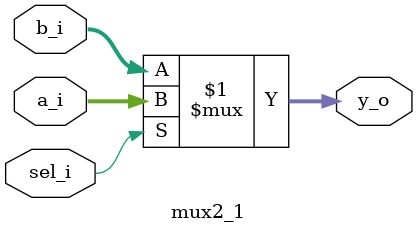
<source format=sv>
module mux2_1 
#( parameter int WIDTH=16
) (

    input logic sel_i,
    input logic  [WIDTH-1:0]a_i,
    input logic  [WIDTH-1:0]b_i,
    output logic [WIDTH-1:0]y_o
);

assign y_o = (sel_i) ? a_i : b_i;
endmodule: mux2_1
</source>
